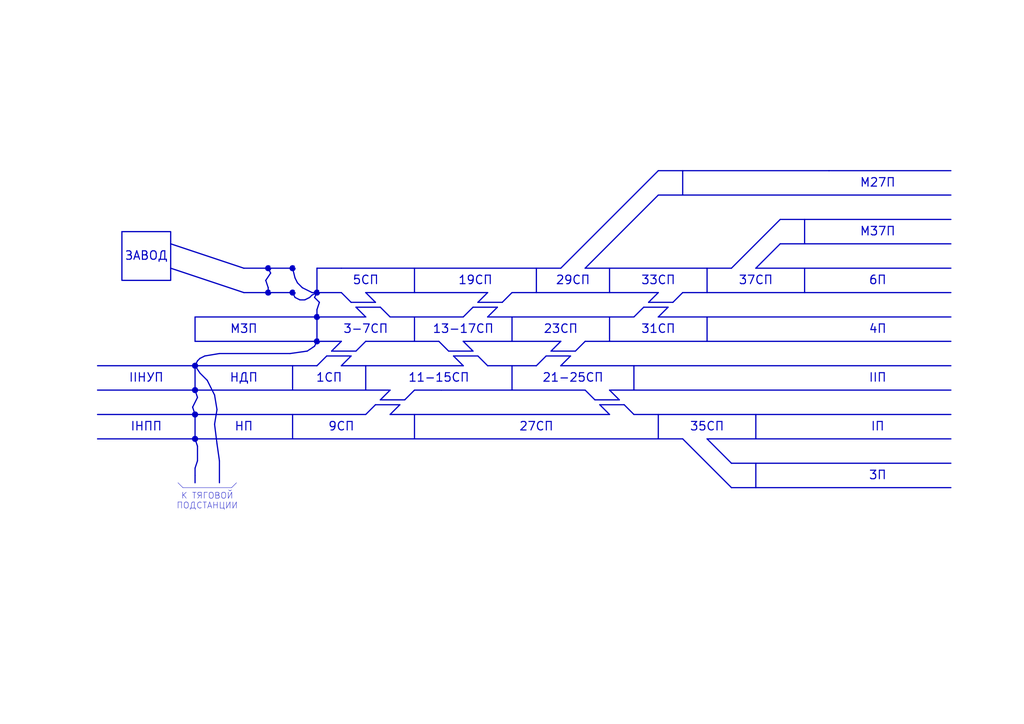
<source format=kicad_sch>
(kicad_sch
	(version 20231120)
	(generator "eeschema")
	(generator_version "8.0")
	(uuid "b2ec49a1-a956-4d7e-997a-c0b051ded1fe")
	(paper "A3")
	(title_block
		(company "АТ-451")
		(comment 1 "КП27.02.03.10.000 ГЧ")
		(comment 2 "Михайлов А.К.")
		(comment 3 "Ворона В.К.")
	)
	(lib_symbols)
	(polyline
		(pts
			(xy 390 120) (xy 280 120)
		)
		(stroke
			(width 0.5)
			(type default)
		)
		(uuid "06af2e66-fa70-4d51-ab9e-b58931226fa7")
	)
	(polyline
		(pts
			(xy 140 110) (xy 230 110)
		)
		(stroke
			(width 0.5)
			(type default)
		)
		(uuid "077de279-b867-4867-bbf3-5fa5341d3173")
	)
	(polyline
		(pts
			(xy 270 120) (xy 210 120)
		)
		(stroke
			(width 0.5)
			(type default)
		)
		(uuid "07a5ec71-b991-4164-b0b7-05fc25eccdd5")
	)
	(polyline
		(pts
			(xy 111 112) (xy 109 115)
		)
		(stroke
			(width 0.5)
			(type default)
		)
		(uuid "0993db32-30d8-47ba-aa03-263834f30949")
	)
	(polyline
		(pts
			(xy 80 150) (xy 40 150)
		)
		(stroke
			(width 0.5)
			(type default)
		)
		(uuid "0a3d9377-9c60-4f9c-af00-e5f78f742fd1")
	)
	(polyline
		(pts
			(xy 130 120) (xy 128 121)
		)
		(stroke
			(width 0.5)
			(type default)
		)
		(uuid "0b64f6e8-0b5a-42d6-ae6f-b52fb9410210")
	)
	(polyline
		(pts
			(xy 250 130) (xy 250 140)
		)
		(stroke
			(width 0.5)
			(type default)
		)
		(uuid "0b8f10b6-27e8-4e32-98c8-dca3c49e3e27")
	)
	(polyline
		(pts
			(xy 120 110) (xy 121 114)
		)
		(stroke
			(width 0.5)
			(type default)
		)
		(uuid "0c829003-bee1-4d9b-befe-39acbd6e3c54")
	)
	(polyline
		(pts
			(xy 300 190) (xy 390 190)
		)
		(stroke
			(width 0.5)
			(type default)
		)
		(uuid "0d340197-368f-4cef-9155-2e2000f33ba5")
	)
	(polyline
		(pts
			(xy 144 124) (xy 154 124)
		)
		(stroke
			(width 0.5)
			(type default)
		)
		(uuid "0d8c40b3-51a4-4a48-9756-80ddb17de47e")
	)
	(polyline
		(pts
			(xy 240 160) (xy 241 161)
		)
		(stroke
			(width 0.5)
			(type default)
		)
		(uuid "0ef22102-3848-4a6c-bc37-dc4d8510656c")
	)
	(polyline
		(pts
			(xy 125 123) (xy 123 123)
		)
		(stroke
			(width 0.5)
			(type default)
		)
		(uuid "0ef660b9-b46b-4c87-9e5c-5d1cb31ca4a8")
	)
	(polyline
		(pts
			(xy 240 140) (xy 236 144)
		)
		(stroke
			(width 0.5)
			(type default)
		)
		(uuid "0f8ca367-d38b-4e23-8d4a-a1b22db57b73")
	)
	(polyline
		(pts
			(xy 129 122) (xy 131 124)
		)
		(stroke
			(width 0.5)
			(type default)
		)
		(uuid "0ff8da3e-ffbb-4429-a205-8662ffef3852")
	)
	(polyline
		(pts
			(xy 240 160) (xy 181 160)
		)
		(stroke
			(width 0.5)
			(type default)
		)
		(uuid "142d5f5f-f4ef-4590-a9b8-dd7bde8ae3cd")
	)
	(polyline
		(pts
			(xy 88 174) (xy 89 182)
		)
		(stroke
			(width 0.5)
			(type default)
		)
		(uuid "15dc7b1e-9514-42fb-9e15-b33e3c386da5")
	)
	(polyline
		(pts
			(xy 89 168) (xy 88 174)
		)
		(stroke
			(width 0.5)
			(type default)
		)
		(uuid "1a81fdc2-3ed1-42d2-8a40-ac6cb5a642b0")
	)
	(polyline
		(pts
			(xy 120 170) (xy 120 180)
		)
		(stroke
			(width 0.5)
			(type default)
		)
		(uuid "1cf7d024-5108-4a78-a1ba-57398e061b71")
	)
	(polyline
		(pts
			(xy 80 170) (xy 80 180)
		)
		(stroke
			(width 0.5)
			(type default)
		)
		(uuid "1d3f1cd7-e5a0-420c-a3bc-7be8e5f67fb2")
	)
	(polyline
		(pts
			(xy 82 153) (xy 85 156)
		)
		(stroke
			(width 0.5)
			(type default)
		)
		(uuid "226e04bd-52e0-4ff9-9f14-52eb9937ca4a")
	)
	(polyline
		(pts
			(xy 80 150) (xy 130 150)
		)
		(stroke
			(width 0.5)
			(type default)
		)
		(uuid "23df0e31-72c8-4c2d-abf3-1367fd435583")
	)
	(polyline
		(pts
			(xy 40 180) (xy 80 180)
		)
		(stroke
			(width 0.5)
			(type default)
		)
		(uuid "2424caee-04fe-4247-8b6a-69f345ce4cc0")
	)
	(polyline
		(pts
			(xy 95 200) (xy 97 198)
		)
		(stroke
			(width 0)
			(type default)
		)
		(uuid "246c9912-7b56-4099-ad41-9addc32ae6ba")
	)
	(polyline
		(pts
			(xy 144 146) (xy 140 150)
		)
		(stroke
			(width 0.5)
			(type default)
		)
		(uuid "2490596b-2dd0-4fa2-845a-b932b38bf7fd")
	)
	(polyline
		(pts
			(xy 170 130) (xy 170 140)
		)
		(stroke
			(width 0.5)
			(type default)
		)
		(uuid "24c931e0-10d0-4de9-8169-d8853c0d7395")
	)
	(polyline
		(pts
			(xy 150 140) (xy 146 144)
		)
		(stroke
			(width 0.5)
			(type default)
		)
		(uuid "285e69db-d2f3-4e9c-8e3c-a01774709c9a")
	)
	(polyline
		(pts
			(xy 310 170) (xy 310 180)
		)
		(stroke
			(width 0.5)
			(type default)
		)
		(uuid "293f3bdd-7ccb-4364-b420-433ce80b6435")
	)
	(polyline
		(pts
			(xy 226 144) (xy 230 140)
		)
		(stroke
			(width 0.5)
			(type default)
		)
		(uuid "2b3982b8-b14c-44f6-81fb-fec685254143")
	)
	(polyline
		(pts
			(xy 136 144) (xy 140 140)
		)
		(stroke
			(width 0.5)
			(type default)
		)
		(uuid "2ce1a52c-7526-472a-94ad-0f2247f89f18")
	)
	(polyline
		(pts
			(xy 130 140) (xy 129 142)
		)
		(stroke
			(width 0.5)
			(type default)
		)
		(uuid "2dddb4dd-a053-4645-b39c-0bce37e2ea10")
	)
	(polyline
		(pts
			(xy 81 183) (xy 81 189)
		)
		(stroke
			(width 0.5)
			(type default)
		)
		(uuid "30f84ee1-6752-441f-8b20-7e9eb6c2d23f")
	)
	(polyline
		(pts
			(xy 90 145) (xy 84 146)
		)
		(stroke
			(width 0.5)
			(type default)
		)
		(uuid "3117ef7d-75a7-4e22-ba4d-54ec2c97c238")
	)
	(polyline
		(pts
			(xy 122 116) (xy 124 118)
		)
		(stroke
			(width 0.5)
			(type default)
		)
		(uuid "31cf3b28-5a21-408b-870b-f29e7910fadd")
	)
	(polyline
		(pts
			(xy 250 160) (xy 254 164)
		)
		(stroke
			(width 0.5)
			(type default)
		)
		(uuid "3502f32a-111d-4015-9a92-3b38fdc7c2c1")
	)
	(polyline
		(pts
			(xy 270 80) (xy 240 110)
		)
		(stroke
			(width 0.5)
			(type default)
		)
		(uuid "35901106-3993-4e76-af7b-136ea056a36c")
	)
	(polyline
		(pts
			(xy 85 156) (xy 88 162)
		)
		(stroke
			(width 0.5)
			(type default)
		)
		(uuid "362821ad-f5ef-45e8-b1e4-c95c48b00d0d")
	)
	(polyline
		(pts
			(xy 131 124) (xy 130 127)
		)
		(stroke
			(width 0.5)
			(type default)
		)
		(uuid "37d4fd29-51a9-41b8-b095-1b447592ddc7")
	)
	(polyline
		(pts
			(xy 110 110) (xy 111 112)
		)
		(stroke
			(width 0.5)
			(type default)
		)
		(uuid "3a48045f-4d0b-41e0-8cc0-0d6f310527fe")
	)
	(polyline
		(pts
			(xy 240 140) (xy 390 140)
		)
		(stroke
			(width 0.5)
			(type default)
		)
		(uuid "3a675ab8-5365-4ecc-bba0-ce02c1411e7b")
	)
	(polyline
		(pts
			(xy 300 200) (xy 390 200)
		)
		(stroke
			(width 0.5)
			(type default)
		)
		(uuid "3a782cfd-e4d8-4209-808d-b6b4dbddae77")
	)
	(polyline
		(pts
			(xy 80 160) (xy 160 160)
		)
		(stroke
			(width 0.5)
			(type default)
		)
		(uuid "3aa5c3e9-8731-4f76-8eed-f1a494061b0a")
	)
	(polyline
		(pts
			(xy 184 144) (xy 194 144)
		)
		(stroke
			(width 0.5)
			(type default)
		)
		(uuid "3ffd5f74-c7b6-4043-be30-14857e6d2b8e")
	)
	(polyline
		(pts
			(xy 260 130) (xy 264 126)
		)
		(stroke
			(width 0.5)
			(type default)
		)
		(uuid "410a931d-eb31-4bef-a33c-b72b79ae6bdb")
	)
	(polyline
		(pts
			(xy 226 144) (xy 236 144)
		)
		(stroke
			(width 0.5)
			(type default)
		)
		(uuid "414e6b28-f7c8-476b-86bd-ecbd50bc68fc")
	)
	(polyline
		(pts
			(xy 184 144) (xy 180 140)
		)
		(stroke
			(width 0.5)
			(type default)
		)
		(uuid "41e33b2b-c199-4486-a00d-03174552e550")
	)
	(polyline
		(pts
			(xy 280 70) (xy 280 80)
		)
		(stroke
			(width 0.5)
			(type default)
		)
		(uuid "42efef7b-4e20-492c-bf97-0f7e73297f34")
	)
	(polyline
		(pts
			(xy 130 120) (xy 140 120)
		)
		(stroke
			(width 0.5)
			(type default)
		)
		(uuid "459e3cd4-f69a-4c28-96eb-a3743d8c6731")
	)
	(polyline
		(pts
			(xy 130 110) (xy 130 120)
		)
		(stroke
			(width 0.5)
			(type default)
		)
		(uuid "4794235b-dbfe-4fa5-a877-06838372c875")
	)
	(polyline
		(pts
			(xy 80 192) (xy 80 195)
		)
		(stroke
			(width 0.5)
			(type default)
		)
		(uuid "488dd222-6d0f-47e9-aa67-0f7b833e7423")
	)
	(polyline
		(pts
			(xy 246 166) (xy 256 166)
		)
		(stroke
			(width 0.5)
			(type default)
		)
		(uuid "49635666-0f74-41f9-b082-7c8d01e239f5")
	)
	(polyline
		(pts
			(xy 260 170) (xy 390 170)
		)
		(stroke
			(width 0.5)
			(type default)
		)
		(uuid "4c57f236-9792-4235-83b7-7ed175d8beca")
	)
	(polyline
		(pts
			(xy 128 120) (xy 130 120)
		)
		(stroke
			(width 0.5)
			(type default)
		)
		(uuid "4fcf728a-ed91-42d1-9fdc-9b201b837fa2")
	)
	(polyline
		(pts
			(xy 75 200) (xy 95 200)
		)
		(stroke
			(width 0)
			(type default)
		)
		(uuid "50dd8c50-a10e-49b5-b0a8-4c1d21195923")
	)
	(polyline
		(pts
			(xy 119 145) (xy 90 145)
		)
		(stroke
			(width 0.5)
			(type default)
		)
		(uuid "522b0b65-3f28-4ef3-9bd6-adafbd82d222")
	)
	(polyline
		(pts
			(xy 260 170) (xy 256 166)
		)
		(stroke
			(width 0.5)
			(type default)
		)
		(uuid "556e0fad-0a04-4d1c-9c45-84fa3b7a1285")
	)
	(polyline
		(pts
			(xy 109 115) (xy 110 118)
		)
		(stroke
			(width 0.5)
			(type default)
		)
		(uuid "5813eb3e-abb3-479d-b82c-a363b5445a6c")
	)
	(polyline
		(pts
			(xy 300 190) (xy 290 180)
		)
		(stroke
			(width 0.5)
			(type default)
		)
		(uuid "59035b7d-20a7-4dd9-ac18-7074a1c865ca")
	)
	(polyline
		(pts
			(xy 170 170) (xy 170 180)
		)
		(stroke
			(width 0.5)
			(type default)
		)
		(uuid "5c635eae-286c-41de-a991-520aa956f20e")
	)
	(polyline
		(pts
			(xy 194 126) (xy 204 126)
		)
		(stroke
			(width 0.5)
			(type default)
		)
		(uuid "60185a14-1c2e-46b5-9783-f0e8f3dc6db8")
	)
	(polyline
		(pts
			(xy 81 148) (xy 80 150)
		)
		(stroke
			(width 0.5)
			(type default)
		)
		(uuid "624fb422-c770-4886-85f5-68002d291c41")
	)
	(polyline
		(pts
			(xy 280 120) (xy 276 124)
		)
		(stroke
			(width 0.5)
			(type default)
		)
		(uuid "6358afef-3432-4843-8f07-cc81d824ef85")
	)
	(polyline
		(pts
			(xy 130 130) (xy 130 140)
		)
		(stroke
			(width 0.5)
			(type default)
		)
		(uuid "63a65d9a-a7bb-4795-83be-18152f2e1f17")
	)
	(polyline
		(pts
			(xy 130 120) (xy 129 122)
		)
		(stroke
			(width 0.5)
			(type default)
		)
		(uuid "646a6185-2cf7-470e-bfeb-d30bbf3aead8")
	)
	(polyline
		(pts
			(xy 250 110) (xy 250 120)
		)
		(stroke
			(width 0.5)
			(type default)
		)
		(uuid "65a24bac-a63b-4d41-9e75-b80676d75086")
	)
	(polyline
		(pts
			(xy 264 126) (xy 274 126)
		)
		(stroke
			(width 0.5)
			(type default)
		)
		(uuid "66d772af-be70-4028-9fe4-7eccfde834c4")
	)
	(polyline
		(pts
			(xy 200 130) (xy 260 130)
		)
		(stroke
			(width 0.5)
			(type default)
		)
		(uuid "67c9f219-e0f9-4f29-94c1-9d0acedd0b36")
	)
	(polyline
		(pts
			(xy 170 160) (xy 181 160)
		)
		(stroke
			(width 0.5)
			(type default)
		)
		(uuid "696e9c2d-f311-45d6-806b-3e3b0e4875fc")
	)
	(polyline
		(pts
			(xy 80 130) (xy 150 130)
		)
		(stroke
			(width 0.5)
			(type default)
		)
		(uuid "6c1626ff-6d72-4313-b639-3b6a2d295dcd")
	)
	(polyline
		(pts
			(xy 170 110) (xy 170 120)
		)
		(stroke
			(width 0.5)
			(type default)
		)
		(uuid "6c79a266-4d24-40ae-9f82-9d109960f06e")
	)
	(polyline
		(pts
			(xy 121 114) (xy 122 116)
		)
		(stroke
			(width 0.5)
			(type default)
		)
		(uuid "6cd8db4f-d97f-46e0-a7fa-8f83fd5621da")
	)
	(polyline
		(pts
			(xy 70 100) (xy 100 110)
		)
		(stroke
			(width 0.5)
			(type default)
		)
		(uuid "6cefc131-55ee-4041-a697-f4c33994ce03")
	)
	(polyline
		(pts
			(xy 140 150) (xy 190 150)
		)
		(stroke
			(width 0.5)
			(type default)
		)
		(uuid "6db45343-5333-4a5e-a6bc-91c3ae5c3532")
	)
	(polyline
		(pts
			(xy 130 127) (xy 130 130)
		)
		(stroke
			(width 0.5)
			(type default)
		)
		(uuid "6dbe466e-2384-494e-8bb3-472e84caabfd")
	)
	(polyline
		(pts
			(xy 150 150) (xy 150 160)
		)
		(stroke
			(width 0.5)
			(type default)
		)
		(uuid "6dc25fe3-541c-4b53-ac09-5317cb8b5a03")
	)
	(polyline
		(pts
			(xy 81 163) (xy 79 167)
		)
		(stroke
			(width 0.5)
			(type default)
		)
		(uuid "6e88201e-d994-4a92-b01e-a73fff9bae1a")
	)
	(polyline
		(pts
			(xy 120 160) (xy 120 150)
		)
		(stroke
			(width 0.5)
			(type default)
		)
		(uuid "6efd9ffc-360f-4990-b8de-ae3ccea0b4a9")
	)
	(polyline
		(pts
			(xy 200 150) (xy 220 150)
		)
		(stroke
			(width 0.5)
			(type default)
		)
		(uuid "700e4558-cbc9-4be2-8eb0-cf5a6e8c12e9")
	)
	(polyline
		(pts
			(xy 144 124) (xy 140 120)
		)
		(stroke
			(width 0.5)
			(type default)
		)
		(uuid "702de253-e26e-4b66-80b2-112840f68ee3")
	)
	(polyline
		(pts
			(xy 150 120) (xy 154 124)
		)
		(stroke
			(width 0.5)
			(type default)
		)
		(uuid "703c7220-85e4-4355-bd14-292877e5b904")
	)
	(polyline
		(pts
			(xy 160 130) (xy 190 130)
		)
		(stroke
			(width 0.5)
			(type default)
		)
		(uuid "71a9013b-722c-47d3-a934-bff085eafd40")
	)
	(polyline
		(pts
			(xy 290 130) (xy 290 140)
		)
		(stroke
			(width 0.5)
			(type default)
		)
		(uuid "71cb537a-8ee4-4fc0-8e37-b31499e27515")
	)
	(polyline
		(pts
			(xy 134 146) (xy 144 146)
		)
		(stroke
			(width 0.5)
			(type default)
		)
		(uuid "725cb920-2184-40ff-bce7-af35afc416bc")
	)
	(polyline
		(pts
			(xy 80 170) (xy 150 170)
		)
		(stroke
			(width 0.5)
			(type default)
		)
		(uuid "7367e74c-eccc-49b9-b9a2-c388777fbdb6")
	)
	(polyline
		(pts
			(xy 246 166) (xy 250 170)
		)
		(stroke
			(width 0.5)
			(type default)
		)
		(uuid "744431ae-f342-4a12-9b64-4a317ed3f529")
	)
	(polyline
		(pts
			(xy 156 126) (xy 160 130)
		)
		(stroke
			(width 0.5)
			(type default)
		)
		(uuid "75658f42-26c3-40de-b86b-928ac558279f")
	)
	(polyline
		(pts
			(xy 230 110) (xy 270 70)
		)
		(stroke
			(width 0.5)
			(type default)
		)
		(uuid "7c8c47a9-15fe-48ca-8d49-7b708d2f6271")
	)
	(polyline
		(pts
			(xy 128 121) (xy 127 122)
		)
		(stroke
			(width 0.5)
			(type default)
		)
		(uuid "7d41eb35-662b-420a-b070-f4c41ae93382")
	)
	(polyline
		(pts
			(xy 80 195) (xy 80 198)
		)
		(stroke
			(width 0.5)
			(type default)
		)
		(uuid "82d0b2ee-ac0e-4f20-86bd-d0de11801362")
	)
	(polyline
		(pts
			(xy 254 164) (xy 244 164)
		)
		(stroke
			(width 0.5)
			(type default)
		)
		(uuid "82dae84f-c440-4755-a362-b0140f59dc6a")
	)
	(polyline
		(pts
			(xy 160 170) (xy 164 166)
		)
		(stroke
			(width 0.5)
			(type default)
		)
		(uuid "8408a147-c8af-49ff-8ba2-0ce407d1728c")
	)
	(polyline
		(pts
			(xy 40 160) (xy 80 160)
		)
		(stroke
			(width 0.5)
			(type default)
		)
		(uuid "8434d402-b2e6-409b-9116-0cf9b96cb34e")
	)
	(polyline
		(pts
			(xy 270 70) (xy 340 70)
		)
		(stroke
			(width 0.5)
			(type default)
		)
		(uuid "857dcba4-3881-4f9d-b0ba-6923727011f5")
	)
	(polyline
		(pts
			(xy 230 150) (xy 390 150)
		)
		(stroke
			(width 0.5)
			(type default)
		)
		(uuid "865eae8e-2f70-4980-a0fa-cbae0af1ce1c")
	)
	(polyline
		(pts
			(xy 196 124) (xy 200 120)
		)
		(stroke
			(width 0.5)
			(type default)
		)
		(uuid "8714c31c-4b8c-4686-bfa4-4d6dcfcb0bd5")
	)
	(polyline
		(pts
			(xy 140 110) (xy 130 110)
		)
		(stroke
			(width 0.5)
			(type default)
		)
		(uuid "8921ed80-3e8f-42b9-840c-d5f1e6452498")
	)
	(polyline
		(pts
			(xy 81 189) (xy 80 192)
		)
		(stroke
			(width 0.5)
			(type default)
		)
		(uuid "8b19b926-3737-4c60-8b07-9b118677f801")
	)
	(polyline
		(pts
			(xy 79 167) (xy 80 170)
		)
		(stroke
			(width 0.5)
			(type default)
		)
		(uuid "8cde95c6-37de-44a8-9b4c-54876ca77ed3")
	)
	(polyline
		(pts
			(xy 190 140) (xy 230 140)
		)
		(stroke
			(width 0.5)
			(type default)
		)
		(uuid "8ee05ec3-e95e-46e0-b5e7-7d58c48e93f7")
	)
	(polyline
		(pts
			(xy 160 170) (xy 250 170)
		)
		(stroke
			(width 0.5)
			(type default)
		)
		(uuid "8fc6bf87-010a-4767-b98e-789a5975c365")
	)
	(polyline
		(pts
			(xy 196 124) (xy 206 124)
		)
		(stroke
			(width 0.5)
			(type default)
		)
		(uuid "90743ce8-10be-47e9-9c37-3eff78d445ad")
	)
	(polyline
		(pts
			(xy 126 144) (xy 119 145)
		)
		(stroke
			(width 0.5)
			(type default)
		)
		(uuid "9633ce99-9997-4a99-9e2c-d365cb12085c")
	)
	(polyline
		(pts
			(xy 290 110) (xy 290 120)
		)
		(stroke
			(width 0.5)
			(type default)
		)
		(uuid "965380bb-c672-4847-a63d-f127fade1140")
	)
	(polyline
		(pts
			(xy 80 170) (xy 40 170)
		)
		(stroke
			(width 0.5)
			(type default)
		)
		(uuid "973b89c4-3dd6-454f-9002-c5c19bf54e20")
	)
	(polyline
		(pts
			(xy 270 170) (xy 270 180)
		)
		(stroke
			(width 0.5)
			(type default)
		)
		(uuid "9747541f-fc99-405b-b867-42bb083f7316")
	)
	(polyline
		(pts
			(xy 204 126) (xy 200 130)
		)
		(stroke
			(width 0.5)
			(type default)
		)
		(uuid "99028d16-8c40-485b-8524-d389fc45890a")
	)
	(polyline
		(pts
			(xy 190 150) (xy 186 146)
		)
		(stroke
			(width 0.5)
			(type default)
		)
		(uuid "9b1d1983-b922-49a9-8db3-20803a05075f")
	)
	(polyline
		(pts
			(xy 196 146) (xy 200 150)
		)
		(stroke
			(width 0.5)
			(type default)
		)
		(uuid "9cc13f77-6c43-4d0e-9d9f-259535fcacfe")
	)
	(polyline
		(pts
			(xy 310 110) (xy 390 110)
		)
		(stroke
			(width 0.5)
			(type default)
		)
		(uuid "a0a2df9f-09ae-446a-9eb9-46c59c5eb2ff")
	)
	(polyline
		(pts
			(xy 250 160) (xy 390 160)
		)
		(stroke
			(width 0.5)
			(type default)
		)
		(uuid "a0ff3f51-9559-4ae4-8275-87ee0652c166")
	)
	(polyline
		(pts
			(xy 210 130) (xy 210 140)
		)
		(stroke
			(width 0.5)
			(type default)
		)
		(uuid "a5543baa-7f2f-4122-85e1-45a9e9d2b8ed")
	)
	(polyline
		(pts
			(xy 80 130) (xy 80 140)
		)
		(stroke
			(width 0.5)
			(type default)
		)
		(uuid "a5735968-0f11-4977-af94-b7f007d4cf3c")
	)
	(polyline
		(pts
			(xy 136 144) (xy 146 144)
		)
		(stroke
			(width 0.5)
			(type default)
		)
		(uuid "a5ce0c15-cf0a-4043-9fb7-054f340b46da")
	)
	(polyline
		(pts
			(xy 110 118) (xy 110 120)
		)
		(stroke
			(width 0.5)
			(type default)
		)
		(uuid "a5ffb81c-f460-47f3-a9c6-ed0e690977e3")
	)
	(polyline
		(pts
			(xy 220 110) (xy 220 120)
		)
		(stroke
			(width 0.5)
			(type default)
		)
		(uuid "a895c328-a71b-4004-8671-c1dda2e0638c")
	)
	(polyline
		(pts
			(xy 124 118) (xy 128 120)
		)
		(stroke
			(width 0.5)
			(type default)
		)
		(uuid "aa39d085-6399-4b87-8b92-d8198ca0a2c3")
	)
	(polyline
		(pts
			(xy 260 150) (xy 260 160)
		)
		(stroke
			(width 0.5)
			(type default)
		)
		(uuid "aa53b2d8-5557-433e-b884-9cf04f7d952b")
	)
	(polyline
		(pts
			(xy 88 162) (xy 89 168)
		)
		(stroke
			(width 0.5)
			(type default)
		)
		(uuid "aae505d0-2924-4da8-bb8b-9a7e589e5f1e")
	)
	(polyline
		(pts
			(xy 290 180) (xy 390 180)
		)
		(stroke
			(width 0.5)
			(type default)
		)
		(uuid "ac4f2dcc-d13d-4028-bbf7-220a34c4a980")
	)
	(polyline
		(pts
			(xy 330 90) (xy 330 100)
		)
		(stroke
			(width 0.5)
			(type default)
		)
		(uuid "ace2c0a0-f4d6-461a-a287-8df4c9f914e1")
	)
	(polyline
		(pts
			(xy 156 164) (xy 166 164)
		)
		(stroke
			(width 0.5)
			(type default)
		)
		(uuid "af2f24a4-87d9-4152-9487-94feea119313")
	)
	(polyline
		(pts
			(xy 150 130) (xy 146 126)
		)
		(stroke
			(width 0.5)
			(type default)
		)
		(uuid "af5359fd-28bd-42a3-ba79-46c731de8bf1")
	)
	(polyline
		(pts
			(xy 156 164) (xy 160 160)
		)
		(stroke
			(width 0.5)
			(type default)
		)
		(uuid "afb9e501-c57c-49e5-9ba4-a18bef0eb346")
	)
	(polyline
		(pts
			(xy 266 124) (xy 270 120)
		)
		(stroke
			(width 0.5)
			(type default)
		)
		(uuid "b090282e-81d0-4755-8f16-17063315269b")
	)
	(polyline
		(pts
			(xy 320 100) (xy 310 110)
		)
		(stroke
			(width 0.5)
			(type default)
		)
		(uuid "b0a0894f-0b94-41ba-9986-1373e7fd5083")
	)
	(polyline
		(pts
			(xy 80 160) (xy 80 160)
		)
		(stroke
			(width 0.5)
			(type default)
		)
		(uuid "b33e3ccb-d5c6-46df-8d02-f0880140dad4")
	)
	(polyline
		(pts
			(xy 84 146) (xy 82 147)
		)
		(stroke
			(width 0.5)
			(type default)
		)
		(uuid "b44213f5-f782-4d0d-955f-dedba545cbd0")
	)
	(polyline
		(pts
			(xy 210 150) (xy 210 160)
		)
		(stroke
			(width 0.5)
			(type default)
		)
		(uuid "b74e5009-23a5-4c7e-8abe-1d687604b187")
	)
	(polyline
		(pts
			(xy 224 146) (xy 234 146)
		)
		(stroke
			(width 0.5)
			(type default)
		)
		(uuid "b75172b5-8de6-40a9-bdb6-290d0ddbacf7")
	)
	(polyline
		(pts
			(xy 234 146) (xy 230 150)
		)
		(stroke
			(width 0.5)
			(type default)
		)
		(uuid "b7972184-15e5-433a-9c94-a766048cc6de")
	)
	(polyline
		(pts
			(xy 320 90) (xy 390 90)
		)
		(stroke
			(width 0.5)
			(type default)
		)
		(uuid "bba39fbf-3946-40ee-af3a-ac30a14ef0ac")
	)
	(polyline
		(pts
			(xy 320 100) (xy 390 100)
		)
		(stroke
			(width 0.5)
			(type default)
		)
		(uuid "be8c56b8-694d-4270-8f7a-812ad62b40c9")
	)
	(polyline
		(pts
			(xy 80 140) (xy 140 140)
		)
		(stroke
			(width 0.5)
			(type default)
		)
		(uuid "c3afb707-db40-4dc9-9ef2-dd62f4155e2f")
	)
	(polyline
		(pts
			(xy 90 189) (xy 90 198)
		)
		(stroke
			(width 0.5)
			(type default)
		)
		(uuid "c45a0316-c4d9-484a-9001-ae3d89769869")
	)
	(polyline
		(pts
			(xy 150 120) (xy 200 120)
		)
		(stroke
			(width 0.5)
			(type default)
		)
		(uuid "c4bc500f-3d26-440f-b027-edc72f000770")
	)
	(polyline
		(pts
			(xy 210 120) (xy 206 124)
		)
		(stroke
			(width 0.5)
			(type default)
		)
		(uuid "c6f533ed-3bcb-4afc-8f53-605e7d1149e5")
	)
	(polyline
		(pts
			(xy 154 166) (xy 164 166)
		)
		(stroke
			(width 0.5)
			(type default)
		)
		(uuid "c8de5188-d004-4073-9538-4373ff4731a0")
	)
	(polyline
		(pts
			(xy 80 150) (xy 80 160)
		)
		(stroke
			(width 0.5)
			(type default)
		)
		(uuid "c8fd6513-5fba-40b7-a399-49a8580f7f14")
	)
	(polyline
		(pts
			(xy 154 166) (xy 150 170)
		)
		(stroke
			(width 0.5)
			(type default)
		)
		(uuid "cb6cd60b-3745-4809-9258-0ce0dab09eeb")
	)
	(polyline
		(pts
			(xy 190 130) (xy 194 126)
		)
		(stroke
			(width 0.5)
			(type default)
		)
		(uuid "cbec465c-b0cd-41ee-853e-7390b02dc834")
	)
	(polyline
		(pts
			(xy 180 140) (xy 150 140)
		)
		(stroke
			(width 0.5)
			(type default)
		)
		(uuid "cccd15bf-35d6-4bc3-b5ab-5acad212d1b6")
	)
	(polyline
		(pts
			(xy 190 140) (xy 194 144)
		)
		(stroke
			(width 0.5)
			(type default)
		)
		(uuid "cd9345a8-9a4c-497a-9638-4b69030de781")
	)
	(polyline
		(pts
			(xy 80 160) (xy 81 163)
		)
		(stroke
			(width 0.5)
			(type default)
		)
		(uuid "d0f80cd2-63f2-4a72-b6b5-097ec502ccc2")
	)
	(polyline
		(pts
			(xy 130 150) (xy 134 146)
		)
		(stroke
			(width 0.5)
			(type default)
		)
		(uuid "d16393c1-e742-41f2-a602-f34a7429a34e")
	)
	(polyline
		(pts
			(xy 73 198) (xy 75 200)
		)
		(stroke
			(width 0)
			(type default)
		)
		(uuid "d213713b-2c38-4ef4-9efb-663835c274e3")
	)
	(polyline
		(pts
			(xy 300 110) (xy 320 90)
		)
		(stroke
			(width 0.5)
			(type default)
		)
		(uuid "d315e4c2-bfee-49cb-b836-9e4b837b8c14")
	)
	(polyline
		(pts
			(xy 82 147) (xy 81 148)
		)
		(stroke
			(width 0.5)
			(type default)
		)
		(uuid "d39b17c5-e0a6-47fc-9800-24ddb3e84859")
	)
	(polyline
		(pts
			(xy 127 122) (xy 125 123)
		)
		(stroke
			(width 0.5)
			(type default)
		)
		(uuid "d4251508-d16b-47e8-9c13-829b812c9471")
	)
	(polyline
		(pts
			(xy 123 123) (xy 121 122)
		)
		(stroke
			(width 0.5)
			(type default)
		)
		(uuid "d6a27994-3fd1-4a06-b26d-323019b39d65")
	)
	(polyline
		(pts
			(xy 70 110) (xy 100 120)
		)
		(stroke
			(width 0.5)
			(type default)
		)
		(uuid "d855c068-fac9-4ddc-a1bb-03ac14c1da8f")
	)
	(polyline
		(pts
			(xy 340 70) (xy 390 70)
		)
		(stroke
			(width 0.5)
			(type default)
		)
		(uuid "d98fe561-e988-4ac8-947d-00e9042ae49f")
	)
	(polyline
		(pts
			(xy 120 110) (xy 100 110)
		)
		(stroke
			(width 0.5)
			(type default)
		)
		(uuid "d9f96856-fce9-4c36-8da4-ba92adc95e57")
	)
	(polyline
		(pts
			(xy 244 164) (xy 241 161)
		)
		(stroke
			(width 0.5)
			(type default)
		)
		(uuid "dbbeb3f7-d8b8-4f10-9f30-ed29407da874")
	)
	(polyline
		(pts
			(xy 129 142) (xy 126 144)
		)
		(stroke
			(width 0.5)
			(type default)
		)
		(uuid "dcce4ef2-bcbb-426b-8089-78a821bda4e5")
	)
	(polyline
		(pts
			(xy 310 190) (xy 310 200)
		)
		(stroke
			(width 0.5)
			(type default)
		)
		(uuid "e113bceb-3c2f-47c4-8f76-24621fcd6a51")
	)
	(polyline
		(pts
			(xy 89 182) (xy 90 189)
		)
		(stroke
			(width 0.5)
			(type default)
		)
		(uuid "e1b9b857-9036-46eb-9ffd-031cc1fba65c")
	)
	(polyline
		(pts
			(xy 266 124) (xy 276 124)
		)
		(stroke
			(width 0.5)
			(type default)
		)
		(uuid "e7939767-3dd3-4f03-81a2-37c3aec6f62b")
	)
	(polyline
		(pts
			(xy 186 146) (xy 196 146)
		)
		(stroke
			(width 0.5)
			(type default)
		)
		(uuid "e89fb1b4-ce80-4418-9ed5-fa6236ea0d94")
	)
	(polyline
		(pts
			(xy 170 160) (xy 166 164)
		)
		(stroke
			(width 0.5)
			(type default)
		)
		(uuid "ea397d4a-7a03-4e16-983c-51e3982ae302")
	)
	(polyline
		(pts
			(xy 270 130) (xy 390 130)
		)
		(stroke
			(width 0.5)
			(type default)
		)
		(uuid "eafd9a86-36cc-4a3b-9291-a86a05317d94")
	)
	(polyline
		(pts
			(xy 300 200) (xy 280 180)
		)
		(stroke
			(width 0.5)
			(type default)
		)
		(uuid "eb1d8ba9-fb2e-4b33-8092-2b571762122c")
	)
	(polyline
		(pts
			(xy 270 80) (xy 390 80)
		)
		(stroke
			(width 0.5)
			(type default)
		)
		(uuid "ec60c377-4331-4d88-b20c-71f821e02867")
	)
	(polyline
		(pts
			(xy 120 120) (xy 100 120)
		)
		(stroke
			(width 0.5)
			(type default)
		)
		(uuid "ed7690c8-6b89-4464-a881-f13a0c98366a")
	)
	(polyline
		(pts
			(xy 274 126) (xy 270 130)
		)
		(stroke
			(width 0.5)
			(type default)
		)
		(uuid "eecc9e41-2520-4f3e-a95b-a7f906301213")
	)
	(polyline
		(pts
			(xy 80 180) (xy 81 183)
		)
		(stroke
			(width 0.5)
			(type default)
		)
		(uuid "f2ab03a3-55eb-4be5-87fe-399bb02ae6bb")
	)
	(polyline
		(pts
			(xy 240 110) (xy 300 110)
		)
		(stroke
			(width 0.5)
			(type default)
		)
		(uuid "f3e629da-20e5-4d0f-8657-cb7c799c8d50")
	)
	(polyline
		(pts
			(xy 80 180) (xy 280 180)
		)
		(stroke
			(width 0.5)
			(type default)
		)
		(uuid "f49c0a3c-771f-402b-b2e7-5b1e95ec7d1b")
	)
	(polyline
		(pts
			(xy 220 150) (xy 224 146)
		)
		(stroke
			(width 0.5)
			(type default)
		)
		(uuid "f4b7fec7-bc6a-4a95-aa50-383245e34097")
	)
	(polyline
		(pts
			(xy 146 126) (xy 156 126)
		)
		(stroke
			(width 0.5)
			(type default)
		)
		(uuid "f772d058-fb2c-4689-8fec-e50b7a32b383")
	)
	(polyline
		(pts
			(xy 120 120) (xy 121 122)
		)
		(stroke
			(width 0.5)
			(type default)
		)
		(uuid "fc4896e9-d20c-40e1-8a0d-766ebe629bf7")
	)
	(polyline
		(pts
			(xy 330 110) (xy 330 120)
		)
		(stroke
			(width 0.5)
			(type default)
		)
		(uuid "fea8e1f0-0b77-414a-8f40-1c1355751dea")
	)
	(polyline
		(pts
			(xy 80 150) (xy 82 153)
		)
		(stroke
			(width 0.5)
			(type default)
		)
		(uuid "fef3991b-3db5-4cd7-b33d-94f58ea6f793")
	)
	(circle
		(center 80 180)
		(radius 1)
		(stroke
			(width 0.5)
			(type default)
		)
		(fill
			(type color)
			(color 0 0 194 1)
		)
		(uuid 066fada1-6677-4ca2-bafa-dcef53dc3073)
	)
	(circle
		(center 120 110)
		(radius 1)
		(stroke
			(width 0.5)
			(type dash_dot_dot)
		)
		(fill
			(type color)
			(color 0 0 194 1)
		)
		(uuid 0c38a38f-77d4-4831-be07-d50e39fc7869)
	)
	(circle
		(center 80 160)
		(radius 1)
		(stroke
			(width 0.5)
			(type default)
		)
		(fill
			(type color)
			(color 0 0 194 1)
		)
		(uuid 0f715270-fb05-428d-bf51-41327500fcc3)
	)
	(circle
		(center 110 110)
		(radius 1)
		(stroke
			(width 0.5)
			(type dash_dot_dot)
		)
		(fill
			(type color)
			(color 0 0 194 1)
		)
		(uuid 1935b166-2c68-4498-940e-4befad27c3b9)
	)
	(circle
		(center 130 130)
		(radius 1)
		(stroke
			(width 0.5)
			(type dash_dot_dot)
		)
		(fill
			(type color)
			(color 0 0 194 1)
		)
		(uuid 2cc8347e-8656-41b1-a1a6-2e5ca9f9c61a)
	)
	(circle
		(center 130 120)
		(radius 1)
		(stroke
			(width 0.5)
			(type dash_dot_dot)
		)
		(fill
			(type color)
			(color 0 0 194 1)
		)
		(uuid 3b92c3ff-7e22-449c-b0d1-99ec3f10a874)
	)
	(circle
		(center 110 120)
		(radius 1)
		(stroke
			(width 0.5)
			(type dash_dot_dot)
		)
		(fill
			(type color)
			(color 0 0 194 1)
		)
		(uuid 3d2e5a4f-fd5d-4730-86f9-e37a25465465)
	)
	(rectangle
		(start 50 95)
		(end 70 115)
		(stroke
			(width 0.5)
			(type default)
		)
		(fill
			(type none)
		)
		(uuid 7fd078f2-a746-4ff1-9d57-9b5b9fbb5596)
	)
	(circle
		(center 80 150)
		(radius 1)
		(stroke
			(width 0.5)
			(type default)
		)
		(fill
			(type color)
			(color 0 0 194 1)
		)
		(uuid a5f94f7e-d53f-4963-b62d-c7865824b30a)
	)
	(circle
		(center 130 140)
		(radius 1)
		(stroke
			(width 0.5)
			(type dash_dot_dot)
		)
		(fill
			(type color)
			(color 0 0 194 1)
		)
		(uuid c3b0fd51-8745-4d32-9533-556e259d79b0)
	)
	(circle
		(center 80 170)
		(radius 1)
		(stroke
			(width 0.5)
			(type default)
		)
		(fill
			(type color)
			(color 0 0 194 1)
		)
		(uuid c8110f3d-e431-4078-8fd5-63cd25641932)
	)
	(circle
		(center 120 120)
		(radius 1)
		(stroke
			(width 0.5)
			(type dash_dot_dot)
		)
		(fill
			(type color)
			(color 0 0 194 1)
		)
		(uuid d33224e6-6403-4826-8d8f-5388e77ac2b0)
	)
	(text "19СП"
		(exclude_from_sim no)
		(at 195 115 0)
		(effects
			(font
				(size 3.5 3.5)
				(thickness 0.4375)
			)
		)
		(uuid "073a8464-f1ad-4466-a55b-a84a6c406b92")
	)
	(text "29СП"
		(exclude_from_sim no)
		(at 235 115 0)
		(effects
			(font
				(size 3.5 3.5)
				(thickness 0.4375)
			)
		)
		(uuid "15d9d239-54a4-435f-aed5-e23921b56fcc")
	)
	(text "М27П"
		(exclude_from_sim no)
		(at 360 75 0)
		(effects
			(font
				(size 3.5 3.5)
				(thickness 0.4375)
			)
		)
		(uuid "224f421c-3ca8-4e4f-962e-f68552838c99")
	)
	(text "37СП"
		(exclude_from_sim no)
		(at 310 115 0)
		(effects
			(font
				(size 3.5 3.5)
				(thickness 0.4375)
			)
		)
		(uuid "2ac7c129-bc2e-4649-9f87-07beb29fd3ac")
	)
	(text "НДП"
		(exclude_from_sim no)
		(at 100 155 0)
		(effects
			(font
				(size 3.5 3.5)
				(thickness 0.4375)
			)
		)
		(uuid "2df017a6-3532-4e89-a684-8a5473ace5e2")
	)
	(text "1СП"
		(exclude_from_sim no)
		(at 135 155 0)
		(effects
			(font
				(size 3.5 3.5)
				(thickness 0.4375)
			)
		)
		(uuid "422a0aff-0639-495e-878f-08eecf2c5687")
	)
	(text "27СП"
		(exclude_from_sim no)
		(at 220 175 0)
		(effects
			(font
				(size 3.5 3.5)
				(thickness 0.4375)
			)
		)
		(uuid "545def95-0082-4ffe-b43f-9c15bf5bf357")
	)
	(text "11-15СП"
		(exclude_from_sim no)
		(at 180 155 0)
		(effects
			(font
				(size 3.5 3.5)
				(thickness 0.4375)
			)
		)
		(uuid "6165a113-a89c-43ae-ba47-80bdaec44968")
	)
	(text "М37П"
		(exclude_from_sim no)
		(at 360 95 0)
		(effects
			(font
				(size 3.5 3.5)
				(thickness 0.4375)
			)
		)
		(uuid "676bfd45-b1b6-49c9-8c7e-ad150c293379")
	)
	(text "13-17СП"
		(exclude_from_sim no)
		(at 190 135 0)
		(effects
			(font
				(size 3.5 3.5)
				(thickness 0.4375)
			)
		)
		(uuid "732fa323-a531-4b11-9c17-0e9c429ab5dd")
	)
	(text "23СП"
		(exclude_from_sim no)
		(at 230 135 0)
		(effects
			(font
				(size 3.5 3.5)
				(thickness 0.4375)
			)
		)
		(uuid "824b0239-79c4-4f6a-bd21-9043c2775ba9")
	)
	(text "НП"
		(exclude_from_sim no)
		(at 100 175 0)
		(effects
			(font
				(size 3.5 3.5)
				(thickness 0.4375)
			)
		)
		(uuid "8f91f7ef-6485-4b72-9727-a59356c0ab14")
	)
	(text "31СП"
		(exclude_from_sim no)
		(at 270 135 0)
		(effects
			(font
				(size 3.5 3.5)
				(thickness 0.4375)
			)
		)
		(uuid "969926d8-bb3c-4b61-9b4c-ea7f35734cab")
	)
	(text "9СП"
		(exclude_from_sim no)
		(at 140 175 0)
		(effects
			(font
				(size 3.5 3.5)
				(thickness 0.4375)
			)
		)
		(uuid "9a7f643c-415a-4c58-b05b-a5d45a8c7feb")
	)
	(text "3П"
		(exclude_from_sim no)
		(at 360 195 0)
		(effects
			(font
				(size 3.5 3.5)
				(thickness 0.4375)
			)
		)
		(uuid "9af848fb-ea8b-4902-82fe-9e3ee8b1ed82")
	)
	(text "21-25СП"
		(exclude_from_sim no)
		(at 235 155 0)
		(effects
			(font
				(size 3.5 3.5)
				(thickness 0.4375)
			)
		)
		(uuid "9d3bffd1-4e74-4d02-86aa-0e35df2e9137")
	)
	(text "6П"
		(exclude_from_sim no)
		(at 360 115 0)
		(effects
			(font
				(size 3.5 3.5)
				(thickness 0.4375)
			)
		)
		(uuid "a38b8909-9ea3-4947-b2e4-d6a0286e080c")
	)
	(text "5СП"
		(exclude_from_sim no)
		(at 150 115 0)
		(effects
			(font
				(size 3.5 3.5)
				(thickness 0.4375)
			)
		)
		(uuid "aee1fd3f-fd6a-4e30-986c-07a1450b9b79")
	)
	(text "3-7СП"
		(exclude_from_sim no)
		(at 150 135 0)
		(effects
			(font
				(size 3.5 3.5)
				(thickness 0.4375)
			)
		)
		(uuid "b252bc2d-eda1-40bc-b2d1-07a8875abfc1")
	)
	(text "35СП"
		(exclude_from_sim no)
		(at 290 175 0)
		(effects
			(font
				(size 3.5 3.5)
				(thickness 0.4375)
			)
		)
		(uuid "b25457fd-dace-4feb-a317-399b049fd5cc")
	)
	(text "К ТЯГОВОЙ\nПОДСТАНЦИИ"
		(exclude_from_sim no)
		(at 85 202 0)
		(effects
			(font
				(size 2.5 2.5)
			)
			(justify top)
		)
		(uuid "b281482b-c9b5-490a-8119-b6aa9e53df70")
	)
	(text "IП"
		(exclude_from_sim no)
		(at 360 175 0)
		(effects
			(font
				(size 3.5 3.5)
				(thickness 0.4375)
			)
		)
		(uuid "ba547ddc-2d81-44ca-9d69-4073ef44c750")
	)
	(text "33СП"
		(exclude_from_sim no)
		(at 270 115 0)
		(effects
			(font
				(size 3.5 3.5)
				(thickness 0.4375)
			)
		)
		(uuid "bfbb86ef-3696-48d7-b621-31d7e7dec7c6")
	)
	(text "ЗАВОД"
		(exclude_from_sim no)
		(at 60 105 0)
		(effects
			(font
				(size 3.5 3.5)
				(thickness 0.4375)
			)
		)
		(uuid "ca739c58-bafc-46a8-b718-5b281f979b4d")
	)
	(text "4П"
		(exclude_from_sim no)
		(at 360 135 0)
		(effects
			(font
				(size 3.5 3.5)
				(thickness 0.4375)
			)
		)
		(uuid "cada7c9d-3c51-4d1a-9677-f306d2eea6ac")
	)
	(text "IIП"
		(exclude_from_sim no)
		(at 360 155 0)
		(effects
			(font
				(size 3.5 3.5)
				(thickness 0.4375)
			)
		)
		(uuid "cb316c84-c38b-4cc9-80de-1383efcb5e31")
	)
	(text "IНПП"
		(exclude_from_sim no)
		(at 60 175 0)
		(effects
			(font
				(size 3.5 3.5)
				(thickness 0.4375)
			)
		)
		(uuid "e949c308-080d-4057-8e13-31ef4fcd7735")
	)
	(text "М3П"
		(exclude_from_sim no)
		(at 100 135 0)
		(effects
			(font
				(size 3.5 3.5)
				(thickness 0.4375)
			)
		)
		(uuid "e9c8ea32-8075-4cc6-b3ca-9ee5a685d5b1")
	)
	(text "IIНУП"
		(exclude_from_sim no)
		(at 60 155 0)
		(effects
			(font
				(size 3.5 3.5)
				(thickness 0.4375)
			)
		)
		(uuid "ef87a82d-d295-4d80-8d1c-bd515060c70f")
	)
)

</source>
